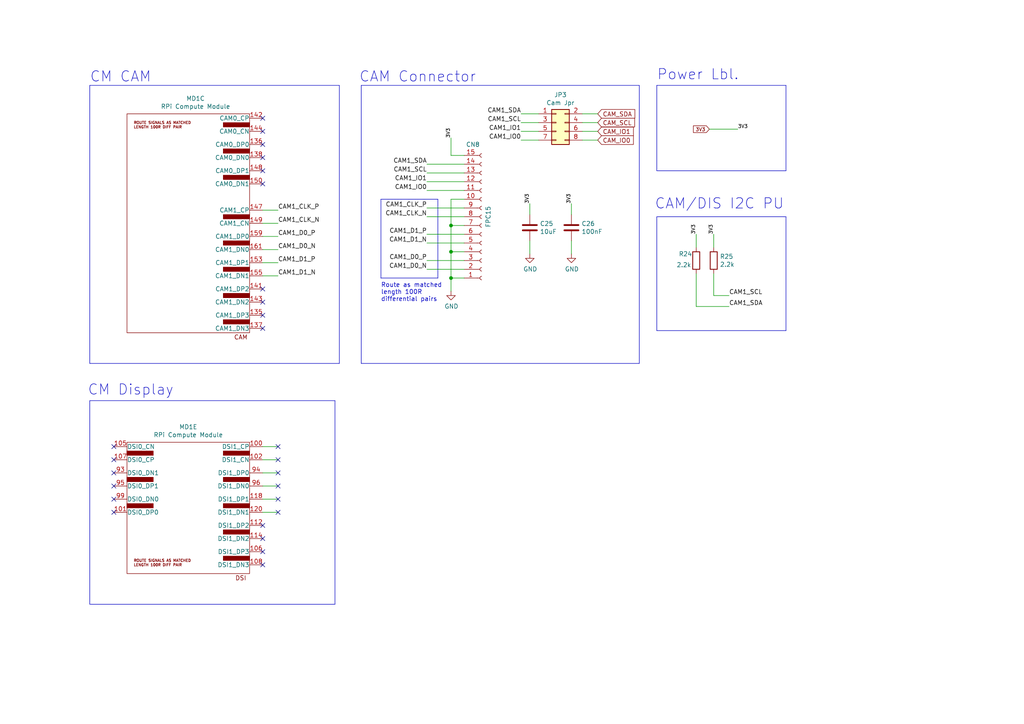
<source format=kicad_sch>
(kicad_sch (version 20230121) (generator eeschema)
  (paper "A4")
  (title_block (title "Jupiter Model A") (date "2020-05-23") (rev "0.1") (company "Francesco Ficili"))
  (lib_symbols
    (symbol "Connector_Generic:Conn_02x04_Odd_Even" (pin_names (offset 1.016) hide)
      (property "Reference" "J" (at 1.27 5.08 0))
      (property "Value" "Conn_02x04_Odd_Even" (at 1.27 -7.62 0))
      (symbol "Conn_02x04_Odd_Even_1_1"
        (rectangle (start -1.27 -4.953) (end 0 -5.207) (stroke (width 0.1524)))
        (rectangle (start -1.27 -2.413) (end 0 -2.667) (stroke (width 0.1524)))
        (rectangle (start -1.27 0.127) (end 0 -0.127) (stroke (width 0.1524)))
        (rectangle (start -1.27 2.667) (end 0 2.413) (stroke (width 0.1524)))
        (rectangle (start -1.27 3.81) (end 3.81 -6.35) (stroke (width 0.254)) (fill (type background)))
        (rectangle (start 3.81 -4.953) (end 2.54 -5.207) (stroke (width 0.1524)))
        (rectangle (start 3.81 -2.413) (end 2.54 -2.667) (stroke (width 0.1524)))
        (rectangle (start 3.81 0.127) (end 2.54 -0.127) (stroke (width 0.1524)))
        (rectangle (start 3.81 2.667) (end 2.54 2.413) (stroke (width 0.1524)))
        (pin passive line (at -5.08 2.54 0) (length 3.81) (name "Pin_1") (number "1"))
        (pin passive line (at 7.62 2.54 180) (length 3.81) (name "Pin_2") (number "2"))
        (pin passive line (at -5.08 0 0) (length 3.81) (name "Pin_3") (number "3"))
        (pin passive line (at 7.62 0 180) (length 3.81) (name "Pin_4") (number "4"))
        (pin passive line (at -5.08 -2.54 0) (length 3.81) (name "Pin_5") (number "5"))
        (pin passive line (at 7.62 -2.54 180) (length 3.81) (name "Pin_6") (number "6"))
        (pin passive line (at -5.08 -5.08 0) (length 3.81) (name "Pin_7") (number "7"))
        (pin passive line (at 7.62 -5.08 180) (length 3.81) (name "Pin_8") (number "8"))
      )
    )
    (symbol "Device:C" (pin_numbers hide) (pin_names (offset 0.254))
      (property "Reference" "C" (at 0.635 2.54 0))
      (property "Value" "C" (at 0.635 -2.54 0))
      (symbol "C_0_1"
        (polyline (pts (xy -2.032 -0.762) (xy 2.032 -0.762)) (stroke (width 0.508)))
        (polyline (pts (xy -2.032 0.762) (xy 2.032 0.762)) (stroke (width 0.508)))
      )
      (symbol "C_1_1"
        (pin passive line (at 0 3.81 270) (length 2.794) (name "~") (number "1"))
        (pin passive line (at 0 -3.81 90) (length 2.794) (name "~") (number "2"))
      )
    )
    (symbol "Device:R" (pin_numbers hide) (pin_names (offset 0))
      (property "Reference" "R" (at 2.032 0 90))
      (property "Value" "R" (at 0 0 90))
      (symbol "R_0_1"
        (rectangle (start -1.016 -2.54) (end 1.016 2.54) (stroke (width 0.254)))
      )
      (symbol "R_1_1"
        (pin passive line (at 0 3.81 270) (length 1.27) (name "~") (number "1"))
        (pin passive line (at 0 -3.81 90) (length 1.27) (name "~") (number "2"))
      )
    )
    (symbol "Jupiter-rescue:Board_RPi_CM3lite_200pConnector_multipart-RPi_CM" (pin_names (offset 0.0254))
      (property "Reference" "MD" (at -15.24 -86.36 0))
      (property "Value" "RPi_CM_Board_RPi_CM3lite_200pConnector_multipart" (at 0 87.63 0))
      (symbol "Board_RPi_CM3lite_200pConnector_multipart-RPi_CM_1_0"
        (text "PWR" (at 15.24 -86.36 0) (effects (font (size 1.27 1.27))))
      )
      (symbol "Board_RPi_CM3lite_200pConnector_multipart-RPi_CM_1_1"
        (rectangle (start -17.78 85.09) (end 17.78 -85.09))
        (pin input line (at -21.59 -26.67 0) (length 3.81) (name "GND") (number "1"))
        (pin input line (at 21.59 19.05 180) (length 3.81) (name "GND") (number "103"))
        (pin input line (at 21.59 15.24 180) (length 3.81) (name "GND") (number "104"))
        (pin input line (at 21.59 11.43 180) (length 3.81) (name "GND") (number "109"))
        (pin input line (at 21.59 7.62 180) (length 3.81) (name "GND") (number "110"))
        (pin input line (at 21.59 3.81 180) (length 3.81) (name "GND") (number "115"))
        (pin input line (at 21.59 0 180) (length 3.81) (name "GND") (number "116"))
        (pin input line (at 21.59 -3.81 180) (length 3.81) (name "GND") (number "121"))
        (pin input line (at 21.59 -7.62 180) (length 3.81) (name "GND") (number "122"))
        (pin input line (at 21.59 -11.43 180) (length 3.81) (name "GND") (number "127"))
        (pin input line (at -21.59 -38.1 0) (length 3.81) (name "GND") (number "13"))
        (pin input line (at 21.59 -19.05 180) (length 3.81) (name "GND") (number "133"))
        (pin input line (at 21.59 -15.24 180) (length 3.81) (name "GND") (number "134"))
        (pin input line (at 21.59 -26.67 180) (length 3.81) (name "GND") (number "139"))
        (pin input line (at -21.59 -41.91 0) (length 3.81) (name "GND") (number "14"))
        (pin input line (at 21.59 -22.86 180) (length 3.81) (name "GND") (number "140"))
        (pin input line (at 21.59 -34.29 180) (length 3.81) (name "GND") (number "145"))
        (pin input line (at 21.59 -30.48 180) (length 3.81) (name "GND") (number "146"))
        (pin input line (at 21.59 -41.91 180) (length 3.81) (name "GND") (number "151"))
        (pin input line (at 21.59 -38.1 180) (length 3.81) (name "GND") (number "152"))
        (pin input line (at 21.59 -49.53 180) (length 3.81) (name "GND") (number "157"))
        (pin input line (at 21.59 -57.15 180) (length 3.81) (name "GND") (number "163"))
        (pin input line (at 21.59 -45.72 180) (length 3.81) (name "GND") (number "164"))
        (pin input line (at 21.59 -60.96 180) (length 3.81) (name "GND") (number "169"))
        (pin input line (at 21.59 -53.34 180) (length 3.81) (name "GND") (number "170"))
        (pin input line (at -21.59 83.82 0) (length 3.81) (name "RUN") (number "177"))
        (pin no_connect line (at -21.59 80.01 0) (length 3.81) hide (name "VDD_CORE") (number "179"))
        (pin input line (at 21.59 -64.77 180) (length 3.81) (name "GND") (number "181"))
        (pin input line (at 21.59 -68.58 180) (length 3.81) (name "GND") (number "182"))
        (pin input line (at -21.59 64.77 0) (length 3.81) (name "1V8") (number "183"))
        (pin input line (at -21.59 60.96 0) (length 3.81) (name "1V8") (number "184"))
        (pin input line (at -21.59 57.15 0) (length 3.81) (name "1V8") (number "185"))
        (pin input line (at -21.59 53.34 0) (length 3.81) (name "1V8") (number "186"))
        (pin input line (at 21.59 -72.39 180) (length 3.81) (name "GND") (number "187"))
        (pin input line (at 21.59 -76.2 180) (length 3.81) (name "GND") (number "188"))
        (pin input line (at -21.59 7.62 0) (length 3.81) (name "VDAC") (number "189"))
        (pin input line (at -21.59 -45.72 0) (length 3.81) (name "GND") (number "19"))
        (pin input line (at -21.59 3.81 0) (length 3.81) (name "VDAC") (number "190"))
        (pin input line (at -21.59 45.72 0) (length 3.81) (name "3V3") (number "191"))
        (pin input line (at -21.59 41.91 0) (length 3.81) (name "3V3") (number "192"))
        (pin input line (at -21.59 38.1 0) (length 3.81) (name "3V3") (number "193"))
        (pin input line (at -21.59 34.29 0) (length 3.81) (name "3V3") (number "194"))
        (pin input line (at 21.59 -80.01 180) (length 3.81) (name "GND") (number "195"))
        (pin input line (at 21.59 -83.82 180) (length 3.81) (name "GND") (number "196"))
        (pin input line (at -21.59 26.67 0) (length 3.81) (name "VBAT") (number "197"))
        (pin input line (at -21.59 22.86 0) (length 3.81) (name "VBAT") (number "198"))
        (pin input line (at -21.59 19.05 0) (length 3.81) (name "VBAT") (number "199"))
        (pin input line (at -21.59 76.2 0) (length 3.81) (name "EMMC_DISABLE_N") (number "2"))
        (pin input line (at -21.59 -49.53 0) (length 3.81) (name "GND") (number "20"))
        (pin input line (at -21.59 15.24 0) (length 3.81) (name "VBAT") (number "200"))
        (pin input line (at -21.59 -53.34 0) (length 3.81) (name "GND") (number "25"))
        (pin input line (at -21.59 -57.15 0) (length 3.81) (name "GND") (number "26"))
        (pin input line (at -21.59 -60.96 0) (length 3.81) (name "GND") (number "31"))
        (pin input line (at -21.59 -64.77 0) (length 3.81) (name "GND") (number "32"))
        (pin input line (at -21.59 -68.58 0) (length 3.81) (name "GND") (number "37"))
        (pin input line (at -21.59 -72.39 0) (length 3.81) (name "GND") (number "38"))
        (pin input line (at -21.59 -3.81 0) (length 3.81) (name "GPIO0-27_VDD") (number "39"))
        (pin input line (at -21.59 -7.62 0) (length 3.81) (name "GPIO0-27_VDD") (number "40"))
        (pin input line (at -21.59 -11.43 0) (length 3.81) (name "GPIO28-45_VDD") (number "41"))
        (pin input line (at -21.59 -15.24 0) (length 3.81) (name "GPIO28-45_VDD") (number "42"))
        (pin input line (at -21.59 -76.2 0) (length 3.81) (name "GND") (number "43"))
        (pin input line (at -21.59 -80.01 0) (length 3.81) (name "GND") (number "44"))
        (pin input line (at -21.59 -83.82 0) (length 3.81) (name "GND") (number "49"))
        (pin input line (at 21.59 83.82 180) (length 3.81) (name "GND") (number "50"))
        (pin input line (at 21.59 80.01 180) (length 3.81) (name "GND") (number "55"))
        (pin input line (at 21.59 76.2 180) (length 3.81) (name "GND") (number "56"))
        (pin input line (at 21.59 72.39 180) (length 3.81) (name "GND") (number "61"))
        (pin input line (at 21.59 68.58 180) (length 3.81) (name "GND") (number "62"))
        (pin input line (at 21.59 64.77 180) (length 3.81) (name "GND") (number "67"))
        (pin input line (at 21.59 60.96 180) (length 3.81) (name "GND") (number "68"))
        (pin input line (at -21.59 -30.48 0) (length 3.81) (name "GND") (number "7"))
        (pin input line (at 21.59 57.15 180) (length 3.81) (name "GND") (number "73"))
        (pin input line (at 21.59 53.34 180) (length 3.81) (name "GND") (number "74"))
        (pin input line (at 21.59 49.53 180) (length 3.81) (name "GND") (number "79"))
        (pin input line (at -21.59 -34.29 0) (length 3.81) (name "GND") (number "8"))
        (pin input line (at 21.59 45.72 180) (length 3.81) (name "GND") (number "80"))
        (pin input line (at 21.59 41.91 180) (length 3.81) (name "GND") (number "85"))
        (pin input line (at 21.59 38.1 180) (length 3.81) (name "GND") (number "86"))
        (pin input line (at -21.59 72.39 0) (length 3.81) (name "EMMC_EN_N_1V8") (number "90"))
        (pin input line (at 21.59 34.29 180) (length 3.81) (name "GND") (number "91"))
        (pin input line (at 21.59 30.48 180) (length 3.81) (name "GND") (number "92"))
        (pin input line (at 21.59 26.67 180) (length 3.81) (name "GND") (number "97"))
        (pin input line (at 21.59 22.86 180) (length 3.81) (name "GND") (number "98"))
      )
      (symbol "Board_RPi_CM3lite_200pConnector_multipart-RPi_CM_2_0"
        (rectangle (start 10.16 2.54) (end 17.78 1.27) (fill (type outline)))
        (text "LENGTH 90R DIFF PAIR" (at -15.875 1.27 0) (effects (font (size 0.762 0.762)) (justify left)))
        (text "ROUTE SIGNALS AS MATCHED" (at -15.875 2.54 0) (effects (font (size 0.762 0.762)) (justify left)))
        (text "USB" (at 15.24 -6.35 0) (effects (font (size 1.27 1.27))))
      )
      (symbol "Board_RPi_CM3lite_200pConnector_multipart-RPi_CM_2_1"
        (rectangle (start -17.78 5.08) (end 17.78 -5.08))
        (pin input line (at 21.59 3.81 180) (length 3.81) (name "USB_DP") (number "165"))
        (pin input line (at 21.59 0 180) (length 3.81) (name "USB_DM") (number "167"))
        (pin input line (at 21.59 -3.81 180) (length 3.81) (name "USB_OTGID") (number "168"))
      )
      (symbol "Board_RPi_CM3lite_200pConnector_multipart-RPi_CM_3_0"
        (rectangle (start -17.78 31.75) (end 17.78 -31.75))
        (rectangle (start 10.16 -27.94) (end 17.78 -29.21) (fill (type outline)))
        (rectangle (start 10.16 -20.32) (end 17.78 -21.59) (fill (type outline)))
        (rectangle (start 10.16 -12.7) (end 17.78 -13.97) (fill (type outline)))
        (rectangle (start 10.16 -5.08) (end 17.78 -6.35) (fill (type outline)))
        (rectangle (start 10.16 2.54) (end 17.78 1.27) (fill (type outline)))
        (rectangle (start 10.16 13.97) (end 17.78 12.7) (fill (type outline)))
        (rectangle (start 10.16 21.59) (end 17.78 20.32) (fill (type outline)))
        (rectangle (start 10.16 29.21) (end 17.78 27.94) (fill (type outline)))
        (text "CAM" (at 15.24 -33.02 0) (effects (font (size 1.27 1.27))))
        (text "LENGTH 100R DIFF PAIR" (at -15.875 27.94 0) (effects (font (size 0.762 0.762)) (justify left)))
        (text "ROUTE SIGNALS AS MATCHED" (at -15.875 29.21 0) (effects (font (size 0.762 0.762)) (justify left)))
      )
      (symbol "Board_RPi_CM3lite_200pConnector_multipart-RPi_CM_3_1"
        (pin input line (at 21.59 -26.67 180) (length 3.81) (name "CAM1_DP3") (number "135"))
        (pin input line (at 21.59 22.86 180) (length 3.81) (name "CAM0_DP0") (number "136"))
        (pin input line (at 21.59 -30.48 180) (length 3.81) (name "CAM1_DN3") (number "137"))
        (pin input line (at 21.59 19.05 180) (length 3.81) (name "CAM0_DN0") (number "138"))
        (pin input line (at 21.59 -19.05 180) (length 3.81) (name "CAM1_DP2") (number "141"))
        (pin input line (at 21.59 30.48 180) (length 3.81) (name "CAM0_CP") (number "142"))
        (pin input line (at 21.59 -22.86 180) (length 3.81) (name "CAM1_DN2") (number "143"))
        (pin input line (at 21.59 26.67 180) (length 3.81) (name "CAM0_CN") (number "144"))
        (pin input line (at 21.59 3.81 180) (length 3.81) (name "CAM1_CP") (number "147"))
        (pin input line (at 21.59 15.24 180) (length 3.81) (name "CAM0_DP1") (number "148"))
        (pin input line (at 21.59 0 180) (length 3.81) (name "CAM1_CN") (number "149"))
        (pin input line (at 21.59 11.43 180) (length 3.81) (name "CAM0_DN1") (number "150"))
        (pin input line (at 21.59 -11.43 180) (length 3.81) (name "CAM1_DP1") (number "153"))
        (pin input line (at 21.59 -15.24 180) (length 3.81) (name "CAM1_DN1") (number "155"))
        (pin input line (at 21.59 -3.81 180) (length 3.81) (name "CAM1_DP0") (number "159"))
        (pin input line (at 21.59 -7.62 180) (length 3.81) (name "CAM1_DN0") (number "161"))
      )
      (symbol "Board_RPi_CM3lite_200pConnector_multipart-RPi_CM_4_0"
        (rectangle (start -17.78 27.94) (end 17.78 -24.13))
        (rectangle (start 10.16 -5.08) (end 17.78 -6.35) (fill (type outline)))
        (rectangle (start 10.16 2.54) (end 17.78 1.27) (fill (type outline)))
        (rectangle (start 10.16 10.16) (end 17.78 8.89) (fill (type outline)))
        (rectangle (start 10.16 17.78) (end 17.78 16.51) (fill (type outline)))
        (text "HDMI" (at 15.24 -25.4 0) (effects (font (size 1.27 1.27))))
        (text "LENGTH 100R DIFF PAIR" (at -15.875 17.78 0) (effects (font (size 0.762 0.762)) (justify left)))
        (text "ROUTE SIGNALS AS MATCHED" (at -15.875 19.05 0) (effects (font (size 0.762 0.762)) (justify left)))
      )
      (symbol "Board_RPi_CM3lite_200pConnector_multipart-RPi_CM_4_1"
        (pin input line (at 21.59 19.05 180) (length 3.81) (name "HDMI_CLK_N") (number "111"))
        (pin input line (at 21.59 15.24 180) (length 3.81) (name "HDMI_CLK_P") (number "113"))
        (pin input line (at 21.59 11.43 180) (length 3.81) (name "HDMI_D0_N") (number "117"))
        (pin input line (at 21.59 7.62 180) (length 3.81) (name "HDMI_D0_P") (number "119"))
        (pin input line (at 21.59 3.81 180) (length 3.81) (name "HDMI_D1_N") (number "123"))
        (pin input line (at 21.59 0 180) (length 3.81) (name "HDMI_D1_P") (number "125"))
        (pin input line (at 21.59 -3.81 180) (length 3.81) (name "HDMI_D2_N") (number "129"))
        (pin input line (at 21.59 -7.62 180) (length 3.81) (name "HDMI_D2_P") (number "131"))
        (pin input line (at 21.59 -15.24 180) (length 3.81) (name "HDMI_CEC") (number "171"))
        (pin input line (at 21.59 -19.05 180) (length 3.81) (name "HDMI_SDA") (number "173"))
        (pin input line (at 21.59 -22.86 180) (length 3.81) (name "HDMI_SCL") (number "175"))
        (pin input line (at 21.59 26.67 180) (length 3.81) (name "HDMI_HPD_N_1V8") (number "88"))
      )
      (symbol "Board_RPi_CM3lite_200pConnector_multipart-RPi_CM_5_0"
        (rectangle (start -17.78 2.54) (end -10.16 1.27) (fill (type outline)))
        (rectangle (start -17.78 10.16) (end -10.16 8.89) (fill (type outline)))
        (rectangle (start -17.78 17.78) (end -10.16 16.51) (fill (type outline)))
        (rectangle (start -17.78 20.32) (end 17.78 -17.78))
        (rectangle (start 10.16 -12.7) (end 17.78 -13.97) (fill (type outline)))
        (rectangle (start 10.16 -5.08) (end 17.78 -6.35) (fill (type outline)))
        (rectangle (start 10.16 2.54) (end 17.78 1.27) (fill (type outline)))
        (rectangle (start 10.16 10.16) (end 17.78 8.89) (fill (type outline)))
        (rectangle (start 10.16 17.78) (end 17.78 16.51) (fill (type outline)))
        (text "DSI" (at 15.24 -19.05 0) (effects (font (size 1.27 1.27))))
        (text "LENGTH 100R DIFF PAIR" (at -15.875 -15.24 0) (effects (font (size 0.762 0.762)) (justify left)))
        (text "ROUTE SIGNALS AS MATCHED" (at -15.875 -13.97 0) (effects (font (size 0.762 0.762)) (justify left)))
      )
      (symbol "Board_RPi_CM3lite_200pConnector_multipart-RPi_CM_5_1"
        (pin input line (at 21.59 19.05 180) (length 3.81) (name "DSI1_CP") (number "100"))
        (pin input line (at -21.59 0 0) (length 3.81) (name "DSI0_DP0") (number "101"))
        (pin input line (at 21.59 15.24 180) (length 3.81) (name "DSI1_CN") (number "102"))
        (pin input line (at -21.59 19.05 0) (length 3.81) (name "DSI0_CN") (number "105"))
        (pin input line (at 21.59 -11.43 180) (length 3.81) (name "DSI1_DP3") (number "106"))
        (pin input line (at -21.59 15.24 0) (length 3.81) (name "DSI0_CP") (number "107"))
        (pin input line (at 21.59 -15.24 180) (length 3.81) (name "DSI1_DN3") (number "108"))
        (pin input line (at 21.59 -3.81 180) (length 3.81) (name "DSI1_DP2") (number "112"))
        (pin input line (at 21.59 -7.62 180) (length 3.81) (name "DSI1_DN2") (number "114"))
        (pin input line (at 21.59 3.81 180) (length 3.81) (name "DSI1_DP1") (number "118"))
        (pin input line (at 21.59 0 180) (length 3.81) (name "DSI1_DN1") (number "120"))
        (pin input line (at -21.59 11.43 0) (length 3.81) (name "DSI0_DN1") (number "93"))
        (pin input line (at 21.59 11.43 180) (length 3.81) (name "DSI1_DP0") (number "94"))
        (pin input line (at -21.59 7.62 0) (length 3.81) (name "DSI0_DP1") (number "95"))
        (pin input line (at 21.59 7.62 180) (length 3.81) (name "DSI1_DN0") (number "96"))
        (pin input line (at -21.59 3.81 0) (length 3.81) (name "DSI0_DN0") (number "99"))
      )
      (symbol "Board_RPi_CM3lite_200pConnector_multipart-RPi_CM_6_0"
        (rectangle (start -17.78 43.18) (end 17.78 -43.18))
        (text "DOWNS TO AVOID FLOATING" (at 1.905 -40.005 0) (effects (font (size 0.762 0.762))))
        (text "DOWNS TO AVOID FLOATING" (at 1.905 20.955 0) (effects (font (size 0.762 0.762))))
        (text "GPIO" (at 15.24 -44.45 0) (effects (font (size 1.27 1.27))))
        (text "GPIO 28, 29 NEED 100k PULL" (at 1.905 22.225 0) (effects (font (size 0.762 0.762))))
        (text "GPIO 44, 45 NEED 100k PULL" (at 1.905 -38.735 0) (effects (font (size 0.762 0.762))))
      )
      (symbol "Board_RPi_CM3lite_200pConnector_multipart-RPi_CM_6_1"
        (pin input line (at -21.59 30.48 0) (length 3.81) (name "GPIO3") (number "11"))
        (pin input line (at -21.59 26.67 0) (length 3.81) (name "GPIO4") (number "15"))
        (pin input line (at -21.59 22.86 0) (length 3.81) (name "GPIO5") (number "17"))
        (pin input line (at -21.59 19.05 0) (length 3.81) (name "GPIO6") (number "21"))
        (pin input line (at -21.59 15.24 0) (length 3.81) (name "GPIO7") (number "23"))
        (pin input line (at -21.59 11.43 0) (length 3.81) (name "GPIO8") (number "27"))
        (pin input line (at 21.59 22.86 180) (length 3.81) (name "GPIO28") (number "28"))
        (pin input line (at -21.59 7.62 0) (length 3.81) (name "GPIO9") (number "29"))
        (pin input line (at -21.59 41.91 0) (length 3.81) (name "GPIO0") (number "3"))
        (pin input line (at 21.59 19.05 180) (length 3.81) (name "GPIO29") (number "30"))
        (pin input line (at -21.59 3.81 0) (length 3.81) (name "GPIO10") (number "33"))
        (pin input line (at 21.59 15.24 180) (length 3.81) (name "GPIO30") (number "34"))
        (pin input line (at -21.59 0 0) (length 3.81) (name "GPIO11") (number "35"))
        (pin input line (at 21.59 11.43 180) (length 3.81) (name "GPIO31") (number "36"))
        (pin input line (at -21.59 -3.81 0) (length 3.81) (name "GPIO12") (number "45"))
        (pin input line (at 21.59 7.62 180) (length 3.81) (name "GPIO32") (number "46"))
        (pin input line (at -21.59 -7.62 0) (length 3.81) (name "GPIO13") (number "47"))
        (pin input line (at 21.59 3.81 180) (length 3.81) (name "GPIO33") (number "48"))
        (pin input line (at -21.59 38.1 0) (length 3.81) (name "GPIO1") (number "5"))
        (pin input line (at -21.59 -11.43 0) (length 3.81) (name "GPIO14") (number "51"))
        (pin input line (at 21.59 0 180) (length 3.81) (name "GPIO34") (number "52"))
        (pin input line (at -21.59 -15.24 0) (length 3.81) (name "GPIO15") (number "53"))
        (pin input line (at 21.59 -3.81 180) (length 3.81) (name "GPIO35") (number "54"))
        (pin input line (at -21.59 -19.05 0) (length 3.81) (name "GPIO16") (number "57"))
        (pin input line (at 21.59 -7.62 180) (length 3.81) (name "GPIO36") (number "58"))
        (pin input line (at -21.59 -22.86 0) (length 3.81) (name "GPIO17") (number "59"))
        (pin input line (at 21.59 -11.43 180) (length 3.81) (name "GPIO37") (number "60"))
        (pin input line (at -21.59 -26.67 0) (length 3.81) (name "GPIO18") (number "63"))
        (pin input line (at 21.59 -15.24 180) (length 3.81) (name "GPIO38") (number "64"))
        (pin input line (at -21.59 -30.48 0) (length 3.81) (name "GPIO19") (number "65"))
        (pin input line (at 21.59 -19.05 180) (length 3.81) (name "GPIO39") (number "66"))
        (pin input line (at -21.59 -34.29 0) (length 3.81) (name "GPIO20") (number "69"))
        (pin input line (at 21.59 -22.86 180) (length 3.81) (name "GPIO40") (number "70"))
        (pin input line (at -21.59 -38.1 0) (length 3.81) (name "GPIO21") (number "71"))
        (pin input line (at 21.59 -26.67 180) (length 3.81) (name "GPIO41") (number "72"))
        (pin input line (at -21.59 -41.91 0) (length 3.81) (name "GPIO22") (number "75"))
        (pin input line (at 21.59 -30.48 180) (length 3.81) (name "GPIO42") (number "76"))
        (pin input line (at 21.59 41.91 180) (length 3.81) (name "GPIO23") (number "77"))
        (pin input line (at 21.59 -34.29 180) (length 3.81) (name "GPIO43") (number "78"))
        (pin input line (at 21.59 38.1 180) (length 3.81) (name "GPIO24") (number "81"))
        (pin input line (at 21.59 -38.1 180) (length 3.81) (name "GPIO44") (number "82"))
        (pin input line (at 21.59 34.29 180) (length 3.81) (name "GPIO25") (number "83"))
        (pin input line (at 21.59 -41.91 180) (length 3.81) (name "GPIO45") (number "84"))
        (pin input line (at 21.59 30.48 180) (length 3.81) (name "GPIO26") (number "87"))
        (pin input line (at 21.59 26.67 180) (length 3.81) (name "GPIO27") (number "89"))
        (pin input line (at -21.59 34.29 0) (length 3.81) (name "GPIO2") (number "9"))
      )
      (symbol "Board_RPi_CM3lite_200pConnector_multipart-RPi_CM_7_0"
        (rectangle (start -17.78 27.94) (end 17.78 -24.13))
        (text "MISC" (at 15.24 -25.4 0) (effects (font (size 1.27 1.27))))
      )
      (symbol "Board_RPi_CM3lite_200pConnector_multipart-RPi_CM_7_1"
        (pin no_connect line (at 21.59 -3.81 180) (length 3.81) (name "SDX_CLK") (number "10"))
        (pin no_connect line (at 21.59 -7.62 180) (length 3.81) (name "SDX_CMD") (number "12"))
        (pin no_connect line (at -21.59 11.43 0) (length 3.81) hide (name "NC") (number "124"))
        (pin no_connect line (at -21.59 7.62 0) (length 3.81) hide (name "NC") (number "126"))
        (pin no_connect line (at -21.59 3.81 0) (length 3.81) hide (name "NC") (number "128"))
        (pin no_connect line (at -21.59 0 0) (length 3.81) hide (name "NC") (number "130"))
        (pin no_connect line (at -21.59 -3.81 0) (length 3.81) hide (name "NC") (number "132"))
        (pin no_connect line (at -21.59 -7.62 0) (length 3.81) hide (name "NC") (number "154"))
        (pin no_connect line (at -21.59 -11.43 0) (length 3.81) hide (name "NC") (number "156"))
        (pin no_connect line (at -21.59 -15.24 0) (length 3.81) hide (name "NC") (number "158"))
        (pin no_connect line (at 21.59 -11.43 180) (length 3.81) (name "SDX_D0") (number "16"))
        (pin no_connect line (at -21.59 -19.05 0) (length 3.81) hide (name "NC") (number "160"))
        (pin no_connect line (at -21.59 -22.86 0) (length 3.81) hide (name "NC") (number "162"))
        (pin input line (at -21.59 26.67 0) (length 3.81) (name "TVDAC") (number "166"))
        (pin input line (at 21.59 26.67 180) (length 3.81) (name "VC_TRST_N") (number "172"))
        (pin input line (at 21.59 22.86 180) (length 3.81) (name "VC_TDI") (number "174"))
        (pin input line (at 21.59 19.05 180) (length 3.81) (name "VC_TMS") (number "176"))
        (pin input line (at 21.59 15.24 180) (length 3.81) (name "VC_TDO") (number "178"))
        (pin no_connect line (at 21.59 -15.24 180) (length 3.81) (name "SDX_D1") (number "18"))
        (pin input line (at 21.59 11.43 180) (length 3.81) (name "VC_TCK") (number "180"))
        (pin no_connect line (at 21.59 -19.05 180) (length 3.81) (name "SDX_D2") (number "22"))
        (pin no_connect line (at 21.59 -22.86 180) (length 3.81) (name "SDX_D3") (number "24"))
        (pin no_connect line (at 21.59 3.81 180) (length 3.81) (name "SDX_VDD") (number "4"))
        (pin no_connect line (at 21.59 0 180) (length 3.81) (name "SDX_VDD") (number "6"))
      )
    )
    (symbol "Jupiter-rescue:Conn_01x15_Female-Connector" (pin_names (offset 1.016) hide)
      (property "Reference" "J" (at 0 20.32 0))
      (property "Value" "Connector_Conn_01x15_Female" (at 0 -20.32 0))
      (symbol "Conn_01x15_Female-Connector_1_1"
        (arc (start 0 -17.272) (mid -0.5058 -17.78) (end 0 -18.288) (stroke (width 0.1524)))
        (arc (start 0 -14.732) (mid -0.5058 -15.24) (end 0 -15.748) (stroke (width 0.1524)))
        (arc (start 0 -12.192) (mid -0.5058 -12.7) (end 0 -13.208) (stroke (width 0.1524)))
        (arc (start 0 -9.652) (mid -0.5058 -10.16) (end 0 -10.668) (stroke (width 0.1524)))
        (arc (start 0 -7.112) (mid -0.5058 -7.62) (end 0 -8.128) (stroke (width 0.1524)))
        (arc (start 0 -4.572) (mid -0.5058 -5.08) (end 0 -5.588) (stroke (width 0.1524)))
        (arc (start 0 -2.032) (mid -0.5058 -2.54) (end 0 -3.048) (stroke (width 0.1524)))
        (polyline (pts (xy -1.27 -17.78) (xy -0.508 -17.78)) (stroke (width 0.1524)))
        (polyline (pts (xy -1.27 -15.24) (xy -0.508 -15.24)) (stroke (width 0.1524)))
        (polyline (pts (xy -1.27 -12.7) (xy -0.508 -12.7)) (stroke (width 0.1524)))
        (polyline (pts (xy -1.27 -10.16) (xy -0.508 -10.16)) (stroke (width 0.1524)))
        (polyline (pts (xy -1.27 -7.62) (xy -0.508 -7.62)) (stroke (width 0.1524)))
        (polyline (pts (xy -1.27 -5.08) (xy -0.508 -5.08)) (stroke (width 0.1524)))
        (polyline (pts (xy -1.27 -2.54) (xy -0.508 -2.54)) (stroke (width 0.1524)))
        (polyline (pts (xy -1.27 0) (xy -0.508 0)) (stroke (width 0.1524)))
        (polyline (pts (xy -1.27 2.54) (xy -0.508 2.54)) (stroke (width 0.1524)))
        (polyline (pts (xy -1.27 5.08) (xy -0.508 5.08)) (stroke (width 0.1524)))
        (polyline (pts (xy -1.27 7.62) (xy -0.508 7.62)) (stroke (width 0.1524)))
        (polyline (pts (xy -1.27 10.16) (xy -0.508 10.16)) (stroke (width 0.1524)))
        (polyline (pts (xy -1.27 12.7) (xy -0.508 12.7)) (stroke (width 0.1524)))
        (polyline (pts (xy -1.27 15.24) (xy -0.508 15.24)) (stroke (width 0.1524)))
        (polyline (pts (xy -1.27 17.78) (xy -0.508 17.78)) (stroke (width 0.1524)))
        (arc (start 0 0.508) (mid -0.5058 0) (end 0 -0.508) (stroke (width 0.1524)))
        (arc (start 0 3.048) (mid -0.5058 2.54) (end 0 2.032) (stroke (width 0.1524)))
        (arc (start 0 5.588) (mid -0.5058 5.08) (end 0 4.572) (stroke (width 0.1524)))
        (arc (start 0 8.128) (mid -0.5058 7.62) (end 0 7.112) (stroke (width 0.1524)))
        (arc (start 0 10.668) (mid -0.5058 10.16) (end 0 9.652) (stroke (width 0.1524)))
        (arc (start 0 13.208) (mid -0.5058 12.7) (end 0 12.192) (stroke (width 0.1524)))
        (arc (start 0 15.748) (mid -0.5058 15.24) (end 0 14.732) (stroke (width 0.1524)))
        (arc (start 0 18.288) (mid -0.5058 17.78) (end 0 17.272) (stroke (width 0.1524)))
        (pin passive line (at -5.08 17.78 0) (length 3.81) (name "Pin_1") (number "1"))
        (pin passive line (at -5.08 -5.08 0) (length 3.81) (name "Pin_10") (number "10"))
        (pin passive line (at -5.08 -7.62 0) (length 3.81) (name "Pin_11") (number "11"))
        (pin passive line (at -5.08 -10.16 0) (length 3.81) (name "Pin_12") (number "12"))
        (pin passive line (at -5.08 -12.7 0) (length 3.81) (name "Pin_13") (number "13"))
        (pin passive line (at -5.08 -15.24 0) (length 3.81) (name "Pin_14") (number "14"))
        (pin passive line (at -5.08 -17.78 0) (length 3.81) (name "Pin_15") (number "15"))
        (pin passive line (at -5.08 15.24 0) (length 3.81) (name "Pin_2") (number "2"))
        (pin passive line (at -5.08 12.7 0) (length 3.81) (name "Pin_3") (number "3"))
        (pin passive line (at -5.08 10.16 0) (length 3.81) (name "Pin_4") (number "4"))
        (pin passive line (at -5.08 7.62 0) (length 3.81) (name "Pin_5") (number "5"))
        (pin passive line (at -5.08 5.08 0) (length 3.81) (name "Pin_6") (number "6"))
        (pin passive line (at -5.08 2.54 0) (length 3.81) (name "Pin_7") (number "7"))
        (pin passive line (at -5.08 0 0) (length 3.81) (name "Pin_8") (number "8"))
        (pin passive line (at -5.08 -2.54 0) (length 3.81) (name "Pin_9") (number "9"))
      )
    )
    (symbol "power:GND" (power) (pin_names (offset 0))
      (property "Value" "GND" (at 0 -3.81 0))
      (symbol "GND_0_1"
        (polyline (pts (xy 0 0) (xy 0 -1.27) (xy 1.27 -1.27) (xy 0 -2.54) (xy -1.27 -1.27) (xy 0 -1.27)))
      )
      (symbol "GND_1_1"
        (pin power_in line (at 0 0 270) (length 0) hide (name "GND") (number "1"))
      )
    )
  )
  (junction (at 130.81 73.025))
  (junction (at 130.81 80.645))
  (junction (at 130.81 65.405))
  (no_connect (at 76.2 38.1))
  (no_connect (at 80.645 137.16))
  (no_connect (at 80.645 144.78))
  (no_connect (at 33.02 144.78))
  (no_connect (at 76.2 160.02))
  (no_connect (at 80.645 148.59))
  (no_connect (at 76.2 163.83))
  (no_connect (at 76.2 156.21))
  (no_connect (at 76.2 87.63))
  (no_connect (at 76.2 152.4))
  (no_connect (at 33.02 140.97))
  (no_connect (at 33.02 148.59))
  (no_connect (at 33.02 137.16))
  (no_connect (at 33.02 133.35))
  (no_connect (at 76.2 45.72))
  (no_connect (at 76.2 34.29))
  (no_connect (at 76.2 91.44))
  (no_connect (at 76.2 49.53))
  (no_connect (at 80.645 129.54))
  (no_connect (at 33.02 129.54))
  (no_connect (at 76.2 95.25))
  (no_connect (at 76.2 53.34))
  (no_connect (at 76.2 41.91))
  (no_connect (at 80.645 133.35))
  (no_connect (at 76.2 83.82))
  (no_connect (at 80.645 140.97))
  (polyline (pts (xy 190.5 95.885) (xy 227.965 95.885)))
  (wire (pts (xy 134.62 73.025) (xy 130.81 73.025)))
  (wire (pts (xy 201.93 88.9) (xy 201.93 79.375)))
  (wire (pts (xy 151.13 38.1) (xy 156.21 38.1)))
  (wire (pts (xy 134.62 55.245) (xy 123.825 55.245)))
  (polyline (pts (xy 227.965 62.865) (xy 190.5 62.865)))
  (wire (pts (xy 211.455 88.9) (xy 201.93 88.9)))
  (wire (pts (xy 134.62 80.645) (xy 130.81 80.645)))
  (wire (pts (xy 211.455 85.725) (xy 207.01 85.725)))
  (polyline (pts (xy 98.425 105.41) (xy 98.425 24.765)))
  (polyline (pts (xy 26.035 24.765) (xy 26.035 105.41)))
  (wire (pts (xy 76.2 129.54) (xy 80.645 129.54)))
  (wire (pts (xy 130.81 65.405) (xy 130.81 73.025)))
  (wire (pts (xy 76.2 140.97) (xy 80.645 140.97)))
  (wire (pts (xy 76.2 60.96) (xy 80.645 60.96)))
  (polyline (pts (xy 104.775 105.41) (xy 185.42 105.41)))
  (wire (pts (xy 151.13 35.56) (xy 156.21 35.56)))
  (polyline (pts (xy 127 80.645) (xy 127 57.785)))
  (wire (pts (xy 134.62 52.705) (xy 123.825 52.705)))
  (wire (pts (xy 134.62 60.325) (xy 123.825 60.325)))
  (wire (pts (xy 168.91 35.56) (xy 173.355 35.56)))
  (wire (pts (xy 134.62 67.945) (xy 123.825 67.945)))
  (wire (pts (xy 76.2 148.59) (xy 80.645 148.59)))
  (wire (pts (xy 76.2 80.01) (xy 80.645 80.01)))
  (wire (pts (xy 76.2 64.77) (xy 80.645 64.77)))
  (wire (pts (xy 201.93 71.755) (xy 201.93 67.945)))
  (polyline (pts (xy 26.035 175.26) (xy 97.155 175.26)))
  (polyline (pts (xy 227.965 95.885) (xy 227.965 62.865)))
  (wire (pts (xy 165.735 69.85) (xy 165.735 73.66)))
  (polyline (pts (xy 185.42 105.41) (xy 185.42 24.765)))
  (wire (pts (xy 134.62 70.485) (xy 123.825 70.485)))
  (wire (pts (xy 76.2 133.35) (xy 80.645 133.35)))
  (wire (pts (xy 134.62 62.865) (xy 123.825 62.865)))
  (polyline (pts (xy 97.155 175.26) (xy 97.155 116.205)))
  (wire (pts (xy 130.81 57.785) (xy 130.81 65.405)))
  (wire (pts (xy 76.2 76.2) (xy 80.645 76.2)))
  (wire (pts (xy 134.62 75.565) (xy 123.825 75.565)))
  (wire (pts (xy 207.01 85.725) (xy 207.01 79.375)))
  (wire (pts (xy 134.62 78.105) (xy 123.825 78.105)))
  (wire (pts (xy 76.2 144.78) (xy 80.645 144.78)))
  (polyline (pts (xy 190.5 24.765) (xy 190.5 49.53)))
  (wire (pts (xy 130.81 80.645) (xy 130.81 84.455)))
  (polyline (pts (xy 185.42 24.765) (xy 104.775 24.765)))
  (wire (pts (xy 168.91 33.02) (xy 173.355 33.02)))
  (polyline (pts (xy 190.5 62.865) (xy 190.5 95.885)))
  (wire (pts (xy 134.62 45.085) (xy 130.81 45.085)))
  (wire (pts (xy 134.62 50.165) (xy 123.825 50.165)))
  (wire (pts (xy 153.67 59.055) (xy 153.67 62.23)))
  (polyline (pts (xy 104.775 24.765) (xy 104.775 105.41)))
  (polyline (pts (xy 26.035 116.205) (xy 26.035 175.26)))
  (polyline (pts (xy 26.035 105.41) (xy 98.425 105.41)))
  (wire (pts (xy 151.13 40.64) (xy 156.21 40.64)))
  (wire (pts (xy 205.74 37.465) (xy 213.995 37.465)))
  (polyline (pts (xy 127 57.785) (xy 110.49 57.785)))
  (polyline (pts (xy 190.5 49.53) (xy 227.965 49.53)))
  (polyline (pts (xy 97.155 116.205) (xy 26.035 116.205)))
  (wire (pts (xy 76.2 68.58) (xy 80.645 68.58)))
  (wire (pts (xy 130.81 45.085) (xy 130.81 40.005)))
  (wire (pts (xy 207.01 71.755) (xy 207.01 67.945)))
  (polyline (pts (xy 227.965 24.765) (xy 190.5 24.765)))
  (wire (pts (xy 134.62 65.405) (xy 130.81 65.405)))
  (polyline (pts (xy 110.49 80.645) (xy 127 80.645)))
  (polyline (pts (xy 227.965 49.53) (xy 227.965 24.765)))
  (polyline (pts (xy 98.425 24.765) (xy 26.035 24.765)))
  (wire (pts (xy 168.91 40.64) (xy 173.355 40.64)))
  (wire (pts (xy 168.91 38.1) (xy 173.355 38.1)))
  (wire (pts (xy 134.62 47.625) (xy 123.825 47.625)))
  (wire (pts (xy 153.67 69.85) (xy 153.67 73.66)))
  (polyline (pts (xy 110.49 57.785) (xy 110.49 80.645)))
  (wire (pts (xy 134.62 57.785) (xy 130.81 57.785)))
  (wire (pts (xy 76.2 137.16) (xy 80.645 137.16)))
  (wire (pts (xy 165.735 59.055) (xy 165.735 62.23)))
  (wire (pts (xy 130.81 73.025) (xy 130.81 80.645)))
  (wire (pts (xy 76.2 72.39) (xy 80.645 72.39)))
  (wire (pts (xy 151.13 33.02) (xy 156.21 33.02)))
  (text "CAM/DIS I2C PU" (at 189.865 60.96 0) (effects (font (size 2.9972 2.9972)) (justify left bottom)))
  (text "CAM Connector" (at 104.14 24.13 0) (effects (font (size 2.9972 2.9972)) (justify left bottom)))
  (text "CM Display" (at 25.4 114.935 0) (effects (font (size 2.9972 2.9972)) (justify left bottom)))
  (text "CM CAM" (at 26.035 24.13 0) (effects (font (size 2.9972 2.9972)) (justify left bottom)))
  (text "Power Lbl." (at 190.5 23.495 0) (effects (font (size 2.9972 2.9972)) (justify left bottom)))
  (text "Route as matched\nlength 100R \ndifferential pairs" (at 110.49 87.63 0) (effects (font (size 1.27 1.27)) (justify left bottom)))
  (label "CAM1_IO1" (at 151.13 38.1 180))
  (label "CAM1_CLK_P" (at 80.645 60.96 0))
  (label "CAM1_D1_N" (at 123.825 70.485 180))
  (label "CAM1_CLK_N" (at 80.645 64.77 0))
  (label "CAM1_D0_N" (at 80.645 72.39 0))
  (label "CAM1_SCL" (at 211.455 85.725 0))
  (label "CAM1_SDA" (at 123.825 47.625 180))
  (label "CAM1_IO0" (at 151.13 40.64 180))
  (label "CAM1_SDA" (at 211.455 88.9 0))
  (label "3V3" (at 165.735 59.055 90) (effects (font (size 0.9906 0.9906))))
  (label "3V3" (at 213.995 37.465 0) (effects (font (size 0.9906 0.9906))))
  (label "3V3" (at 207.01 67.945 90) (effects (font (size 0.9906 0.9906))))
  (label "CAM1_IO1" (at 123.825 52.705 180))
  (label "CAM1_SCL" (at 151.13 35.56 180))
  (label "3V3" (at 201.93 67.945 90) (effects (font (size 0.9906 0.9906))))
  (label "CAM1_D1_P" (at 123.825 67.945 180))
  (label "CAM1_IO0" (at 123.825 55.245 180))
  (label "CAM1_SDA" (at 151.13 33.02 180))
  (label "CAM1_D1_N" (at 80.645 80.01 0))
  (label "CAM1_CLK_P" (at 123.825 60.325 180))
  (label "CAM1_D0_P" (at 123.825 75.565 180))
  (label "3V3" (at 130.81 40.005 90) (effects (font (size 0.9906 0.9906))))
  (label "CAM1_CLK_N" (at 123.825 62.865 180))
  (label "CAM1_SCL" (at 123.825 50.165 180))
  (label "CAM1_D0_N" (at 123.825 78.105 180))
  (label "CAM1_D0_P" (at 80.645 68.58 0))
  (label "3V3" (at 153.67 59.055 90) (effects (font (size 0.9906 0.9906))))
  (label "CAM1_D1_P" (at 80.645 76.2 0))
  (global_label "CAM_SDA" (shape input) (at 173.355 33.02 0) (property "Intersheetrefs" "${INTERSHEET_REFS}" (effects hide)))
  (global_label "3V3" (shape input) (at 205.74 37.465 180) (effects (font (size 0.9906 0.9906))) (property "Intersheetrefs" "${INTERSHEET_REFS}" (effects hide)))
  (global_label "CAM_IO1" (shape input) (at 173.355 38.1 0) (property "Intersheetrefs" "${INTERSHEET_REFS}" (effects hide)))
  (global_label "CAM_SCL" (shape input) (at 173.355 35.56 0) (property "Intersheetrefs" "${INTERSHEET_REFS}" (effects hide)))
  (global_label "CAM_IO0" (shape input) (at 173.355 40.64 0) (property "Intersheetrefs" "${INTERSHEET_REFS}" (effects hide)))
  (symbol (lib_id "Device:R") (at 201.93 75.565 0) (unit 1)
    (property "Reference" "R24" (at 196.85 73.66 0) (effects (justify left)))
    (property "Value" "2.2k" (at 196.215 76.835 0) (effects (justify left)))
    (property "Footprint" "Resistor_SMD:R_0603_1608Metric" (effects hide))
    (property "Manf" "0603_R" (effects hide))
  )
  (symbol (lib_id "Device:R") (at 207.01 75.565 0) (unit 1)
    (property "Reference" "R25" (at 208.788 74.3966 0) (effects (justify left)))
    (property "Value" "2.2k" (at 208.788 76.708 0) (effects (justify left)))
    (property "Footprint" "Resistor_SMD:R_0603_1608Metric" (effects hide))
    (property "Manf" "0603_R" (effects hide))
  )
  (symbol (lib_id "Jupiter-rescue:Board_RPi_CM3lite_200pConnector_multipart-RPi_CM") (at 54.61 64.77 0) (unit 3)
    (property "Reference" "MD1" (at 56.7182 28.575 0))
    (property "Value" "RPi Compute Module" (at 56.7182 30.8864 0))
    (property "Footprint" "RPi_CM:Conn_TE-DDR2-SODIMM-0.6-200P-doublesided" (effects hide))
    (property "Datasheet" "_" (effects hide))
    (property "Manf#" "TE-DDR2-SODIMM-0.6-200P-doublesided" (effects hide))
    (property "Manf" "SODIMM 200" (effects hide))
    (property "Optn" "_" (effects hide))
  )
  (symbol (lib_id "Jupiter-rescue:Board_RPi_CM3lite_200pConnector_multipart-RPi_CM") (at 54.61 148.59 0) (unit 5)
    (property "Reference" "MD1" (at 54.61 123.825 0))
    (property "Value" "RPi Compute Module" (at 54.61 126.1364 0))
    (property "Footprint" "RPi_CM:Conn_TE-DDR2-SODIMM-0.6-200P-doublesided" (effects hide))
    (property "Datasheet" "_" (effects hide))
    (property "Manf#" "TE-DDR2-SODIMM-0.6-200P-doublesided" (effects hide))
    (property "Manf" "SODIMM 200" (effects hide))
    (property "Optn" "_" (effects hide))
  )
  (symbol (lib_id "power:GND") (at 130.81 84.455 0) (unit 1)
    (property "Reference" "#PWR059" (effects hide))
    (property "Value" "GND" (at 130.937 88.8492 0))
  )
  (symbol (lib_id "Device:C") (at 153.67 66.04 0) (unit 1)
    (property "Reference" "C25" (at 156.591 64.8716 0) (effects (justify left)))
    (property "Value" "10uF" (at 156.591 67.183 0) (effects (justify left)))
    (property "Footprint" "Capacitor_SMD:C_1206_3216Metric" (effects hide))
    (property "Manf" "1206_C" (effects hide))
  )
  (symbol (lib_id "Device:C") (at 165.735 66.04 0) (unit 1)
    (property "Reference" "C26" (at 168.656 64.8716 0) (effects (justify left)))
    (property "Value" "100nF" (at 168.656 67.183 0) (effects (justify left)))
    (property "Footprint" "Capacitor_SMD:C_0805_2012Metric" (effects hide))
    (property "Manf" "0805_C" (effects hide))
  )
  (symbol (lib_id "power:GND") (at 153.67 73.66 0) (unit 1)
    (property "Reference" "#PWR060" (effects hide))
    (property "Value" "GND" (at 153.797 78.0542 0))
  )
  (symbol (lib_id "power:GND") (at 165.735 73.66 0) (unit 1)
    (property "Reference" "#PWR061" (effects hide))
    (property "Value" "GND" (at 165.862 78.0542 0))
  )
  (symbol (lib_id "Jupiter-rescue:Conn_01x15_Female-Connector") (at 139.7 62.865 0) (mirror x) (unit 1)
    (property "Reference" "CN8" (at 137.16 41.91 0))
    (property "Value" "FPC15" (at 141.605 62.865 90))
    (property "Footprint" "Connector_FFC-FPC:TE_1-84952-5_1x15-1MP_P1.0mm_Horizontal" (effects hide))
    (property "Manf" "FPC 15 Connector" (effects hide))
    (property "Manf#" "TE_1-84952-5_1x15-1MP_P1.0mm_Horizontal" (effects hide))
  )
  (symbol (lib_id "Connector_Generic:Conn_02x04_Odd_Even") (at 161.29 35.56 0) (unit 1)
    (property "Reference" "JP3" (at 162.56 27.5082 0))
    (property "Value" "Cam Jpr" (at 162.56 29.8196 0))
    (property "Footprint" "Connector_PinHeader_2.54mm:PinHeader_2x04_P2.54mm_Vertical" (effects hide))
    (property "Manf" "PinHeader_2x04 male" (effects hide))
  )
)
</source>
